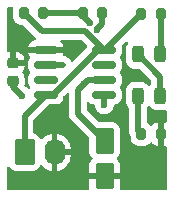
<source format=gbr>
%TF.GenerationSoftware,KiCad,Pcbnew,9.0.2*%
%TF.CreationDate,2025-10-01T12:11:13+03:00*%
%TF.ProjectId,555_flip_flop,3535355f-666c-4697-905f-666c6f702e6b,rev?*%
%TF.SameCoordinates,Original*%
%TF.FileFunction,Copper,L1,Top*%
%TF.FilePolarity,Positive*%
%FSLAX46Y46*%
G04 Gerber Fmt 4.6, Leading zero omitted, Abs format (unit mm)*
G04 Created by KiCad (PCBNEW 9.0.2) date 2025-10-01 12:11:13*
%MOMM*%
%LPD*%
G01*
G04 APERTURE LIST*
G04 Aperture macros list*
%AMRoundRect*
0 Rectangle with rounded corners*
0 $1 Rounding radius*
0 $2 $3 $4 $5 $6 $7 $8 $9 X,Y pos of 4 corners*
0 Add a 4 corners polygon primitive as box body*
4,1,4,$2,$3,$4,$5,$6,$7,$8,$9,$2,$3,0*
0 Add four circle primitives for the rounded corners*
1,1,$1+$1,$2,$3*
1,1,$1+$1,$4,$5*
1,1,$1+$1,$6,$7*
1,1,$1+$1,$8,$9*
0 Add four rect primitives between the rounded corners*
20,1,$1+$1,$2,$3,$4,$5,0*
20,1,$1+$1,$4,$5,$6,$7,0*
20,1,$1+$1,$6,$7,$8,$9,0*
20,1,$1+$1,$8,$9,$2,$3,0*%
G04 Aperture macros list end*
%TA.AperFunction,SMDPad,CuDef*%
%ADD10RoundRect,0.150000X-0.825000X-0.150000X0.825000X-0.150000X0.825000X0.150000X-0.825000X0.150000X0*%
%TD*%
%TA.AperFunction,SMDPad,CuDef*%
%ADD11RoundRect,0.243750X-0.243750X-0.456250X0.243750X-0.456250X0.243750X0.456250X-0.243750X0.456250X0*%
%TD*%
%TA.AperFunction,SMDPad,CuDef*%
%ADD12RoundRect,0.200000X-0.200000X-0.275000X0.200000X-0.275000X0.200000X0.275000X-0.200000X0.275000X0*%
%TD*%
%TA.AperFunction,ComponentPad*%
%ADD13RoundRect,0.250000X-0.620000X-0.845000X0.620000X-0.845000X0.620000X0.845000X-0.620000X0.845000X0*%
%TD*%
%TA.AperFunction,ComponentPad*%
%ADD14O,1.740000X2.190000*%
%TD*%
%TA.AperFunction,SMDPad,CuDef*%
%ADD15RoundRect,0.225000X0.250000X-0.225000X0.250000X0.225000X-0.250000X0.225000X-0.250000X-0.225000X0*%
%TD*%
%TA.AperFunction,SMDPad,CuDef*%
%ADD16RoundRect,0.250000X-0.550000X0.850000X-0.550000X-0.850000X0.550000X-0.850000X0.550000X0.850000X0*%
%TD*%
%TA.AperFunction,ViaPad*%
%ADD17C,0.600000*%
%TD*%
%TA.AperFunction,ViaPad*%
%ADD18C,0.300000*%
%TD*%
%TA.AperFunction,Conductor*%
%ADD19C,0.500000*%
%TD*%
G04 APERTURE END LIST*
D10*
%TO.P,U1,8,VCC*%
%TO.N,+5V*%
X49475000Y-26345000D03*
%TO.P,U1,7,DIS*%
%TO.N,Net-(U1-DIS)*%
X49475000Y-27615000D03*
%TO.P,U1,6,THR*%
%TO.N,Net-(U1-THR)*%
X49475000Y-28885000D03*
%TO.P,U1,5,CV*%
%TO.N,Net-(U1-CV)*%
X49475000Y-30155000D03*
%TO.P,U1,4,R*%
%TO.N,+5V*%
X44525000Y-30155000D03*
%TO.P,U1,3,Q*%
%TO.N,Net-(D1-K)*%
X44525000Y-28885000D03*
%TO.P,U1,2,TR*%
%TO.N,Net-(U1-THR)*%
X44525000Y-27615000D03*
%TO.P,U1,1,GND*%
%TO.N,GND*%
X44525000Y-26345000D03*
%TD*%
D11*
%TO.P,D2,1,K*%
%TO.N,Net-(D2-K)*%
X52312500Y-30250000D03*
%TO.P,D2,2,A*%
%TO.N,Net-(D1-K)*%
X54187500Y-30250000D03*
%TD*%
D12*
%TO.P,R1,2*%
%TO.N,Net-(D1-A)*%
X54275000Y-23290000D03*
%TO.P,R1,1*%
%TO.N,+5V*%
X52625000Y-23290000D03*
%TD*%
%TO.P,R2,1*%
%TO.N,Net-(D2-K)*%
X52625000Y-33500000D03*
%TO.P,R2,2*%
%TO.N,GND*%
X54275000Y-33500000D03*
%TD*%
D11*
%TO.P,D1,1,K*%
%TO.N,Net-(D1-K)*%
X52312500Y-26750000D03*
%TO.P,D1,2,A*%
%TO.N,Net-(D1-A)*%
X54187500Y-26750000D03*
%TD*%
D12*
%TO.P,R4,1*%
%TO.N,Net-(U1-DIS)*%
X47675000Y-23250000D03*
%TO.P,R4,2*%
%TO.N,Net-(U1-THR)*%
X49325000Y-23250000D03*
%TD*%
%TO.P,R3,1*%
%TO.N,+5V*%
X42675000Y-23250000D03*
%TO.P,R3,2*%
%TO.N,Net-(U1-DIS)*%
X44325000Y-23250000D03*
%TD*%
D13*
%TO.P,J1,1,Pin_1*%
%TO.N,+5V*%
X42725000Y-35020000D03*
D14*
%TO.P,J1,2,Pin_2*%
%TO.N,GND*%
X45265000Y-35020000D03*
%TD*%
D15*
%TO.P,C2,1*%
%TO.N,Net-(U1-CV)*%
X41750000Y-29025000D03*
%TO.P,C2,2*%
%TO.N,GND*%
X41750000Y-27475000D03*
%TD*%
D16*
%TO.P,C1,1*%
%TO.N,Net-(U1-THR)*%
X49500000Y-34050000D03*
%TO.P,C1,2*%
%TO.N,GND*%
X49500000Y-37050000D03*
%TD*%
D17*
%TO.N,GND*%
X42750000Y-27500000D03*
%TO.N,Net-(D1-K)*%
X44525000Y-28885000D03*
X52312500Y-26750000D03*
%TO.N,Net-(U1-DIS)*%
X49475000Y-27615000D03*
X48293657Y-24124390D03*
%TO.N,Net-(U1-CV)*%
X49475000Y-31000000D03*
X42500000Y-30250000D03*
%TO.N,Net-(U1-THR)*%
X48875888Y-24685226D03*
X47750000Y-29250000D03*
D18*
X45959513Y-27601601D03*
%TD*%
D19*
%TO.N,Net-(U1-CV)*%
X49475000Y-31000000D02*
X49475000Y-30155000D01*
%TO.N,Net-(U1-THR)*%
X49325000Y-24175000D02*
X49325000Y-23250000D01*
X48875888Y-24624112D02*
X49325000Y-24175000D01*
X48875888Y-24685226D02*
X48875888Y-24624112D01*
%TO.N,Net-(U1-DIS)*%
X47675000Y-23505733D02*
X48293657Y-24124390D01*
X47675000Y-23250000D02*
X47675000Y-23505733D01*
%TO.N,Net-(U1-CV)*%
X41750000Y-29500000D02*
X42500000Y-30250000D01*
X41750000Y-29025000D02*
X41750000Y-29500000D01*
%TO.N,Net-(U1-THR)*%
X47750000Y-29250000D02*
X47250000Y-29750000D01*
X45946114Y-27615000D02*
X45959513Y-27601601D01*
X44525000Y-27615000D02*
X45946114Y-27615000D01*
X47250000Y-31800000D02*
X49500000Y-34050000D01*
X47250000Y-29750000D02*
X47250000Y-31800000D01*
X48115000Y-28885000D02*
X47750000Y-29250000D01*
X49475000Y-28885000D02*
X48115000Y-28885000D01*
%TO.N,Net-(D2-K)*%
X52312500Y-30250000D02*
X52312500Y-33187500D01*
X52312500Y-33187500D02*
X52625000Y-33500000D01*
%TO.N,Net-(D1-K)*%
X54187500Y-28625000D02*
X52312500Y-26750000D01*
X54187500Y-30250000D02*
X54187500Y-28625000D01*
%TO.N,Net-(D1-A)*%
X54275000Y-26662500D02*
X54187500Y-26750000D01*
X54275000Y-23290000D02*
X54275000Y-26662500D01*
%TO.N,Net-(U1-DIS)*%
X44325000Y-23250000D02*
X47675000Y-23250000D01*
%TO.N,+5V*%
X49570000Y-26345000D02*
X52625000Y-23290000D01*
X49475000Y-26345000D02*
X49570000Y-26345000D01*
X44175000Y-24750000D02*
X47880000Y-24750000D01*
X42675000Y-23250000D02*
X44175000Y-24750000D01*
X49475000Y-26345000D02*
X47880000Y-24750000D01*
X48915900Y-26345000D02*
X49475000Y-26345000D01*
X44525000Y-30155000D02*
X45105900Y-30155000D01*
X45105900Y-30155000D02*
X48915900Y-26345000D01*
X42725000Y-31955000D02*
X44525000Y-30155000D01*
X42725000Y-35020000D02*
X42725000Y-31955000D01*
%TD*%
%TA.AperFunction,Conductor*%
%TO.N,GND*%
G36*
X51398819Y-25680061D02*
G01*
X51454752Y-25721933D01*
X51479169Y-25787397D01*
X51464317Y-25855670D01*
X51461024Y-25861340D01*
X51389639Y-25977072D01*
X51389637Y-25977077D01*
X51334913Y-26142223D01*
X51324500Y-26244144D01*
X51324500Y-27255855D01*
X51334913Y-27357776D01*
X51389637Y-27522922D01*
X51389642Y-27522933D01*
X51480971Y-27670999D01*
X51480974Y-27671003D01*
X51603996Y-27794025D01*
X51604000Y-27794028D01*
X51752066Y-27885357D01*
X51752069Y-27885358D01*
X51752075Y-27885362D01*
X51917225Y-27940087D01*
X52019152Y-27950500D01*
X52400270Y-27950500D01*
X52467309Y-27970185D01*
X52487951Y-27986819D01*
X53400681Y-28899548D01*
X53415384Y-28926475D01*
X53431977Y-28952294D01*
X53432868Y-28958494D01*
X53434166Y-28960871D01*
X53437000Y-28987229D01*
X53437000Y-29196609D01*
X53417315Y-29263648D01*
X53400681Y-29284290D01*
X53355974Y-29328996D01*
X53355971Y-29329000D01*
X53355538Y-29329703D01*
X53355114Y-29330083D01*
X53351493Y-29334664D01*
X53350710Y-29334045D01*
X53303590Y-29376428D01*
X53234628Y-29387649D01*
X53170546Y-29359806D01*
X53148657Y-29334544D01*
X53148507Y-29334664D01*
X53145859Y-29331315D01*
X53144462Y-29329703D01*
X53144028Y-29329000D01*
X53144025Y-29328996D01*
X53021003Y-29205974D01*
X53020999Y-29205971D01*
X52872933Y-29114642D01*
X52872927Y-29114639D01*
X52872925Y-29114638D01*
X52830845Y-29100694D01*
X52707776Y-29059913D01*
X52605855Y-29049500D01*
X52605848Y-29049500D01*
X52019152Y-29049500D01*
X52019144Y-29049500D01*
X51917223Y-29059913D01*
X51752077Y-29114637D01*
X51752066Y-29114642D01*
X51604000Y-29205971D01*
X51603996Y-29205974D01*
X51480974Y-29328996D01*
X51480971Y-29329000D01*
X51389642Y-29477066D01*
X51389637Y-29477077D01*
X51334913Y-29642223D01*
X51324500Y-29744144D01*
X51324500Y-30755855D01*
X51334913Y-30857776D01*
X51389637Y-31022922D01*
X51389642Y-31022933D01*
X51480971Y-31170999D01*
X51480974Y-31171003D01*
X51525681Y-31215710D01*
X51559166Y-31277033D01*
X51562000Y-31303391D01*
X51562000Y-33261418D01*
X51562000Y-33261420D01*
X51561999Y-33261420D01*
X51590840Y-33406407D01*
X51590843Y-33406417D01*
X51647413Y-33542989D01*
X51647414Y-33542991D01*
X51647416Y-33542995D01*
X51666519Y-33571585D01*
X51703602Y-33627084D01*
X51724480Y-33693761D01*
X51724500Y-33695974D01*
X51724500Y-33831613D01*
X51730913Y-33902192D01*
X51730913Y-33902194D01*
X51730914Y-33902196D01*
X51781522Y-34064606D01*
X51863058Y-34199483D01*
X51869530Y-34210188D01*
X51989811Y-34330469D01*
X51989813Y-34330470D01*
X51989815Y-34330472D01*
X52135394Y-34418478D01*
X52297804Y-34469086D01*
X52368384Y-34475500D01*
X52368387Y-34475500D01*
X52881613Y-34475500D01*
X52881616Y-34475500D01*
X52952196Y-34469086D01*
X53114606Y-34418478D01*
X53260185Y-34330472D01*
X53362673Y-34227983D01*
X53423994Y-34194499D01*
X53493685Y-34199483D01*
X53538034Y-34227984D01*
X53640122Y-34330072D01*
X53785604Y-34418019D01*
X53785603Y-34418019D01*
X53947894Y-34468590D01*
X53947893Y-34468590D01*
X54018408Y-34474998D01*
X54018426Y-34474999D01*
X54024999Y-34474998D01*
X54025000Y-34474998D01*
X54025000Y-32525000D01*
X54024999Y-32524999D01*
X54018436Y-32525000D01*
X54018417Y-32525001D01*
X53947897Y-32531408D01*
X53947892Y-32531409D01*
X53785603Y-32581981D01*
X53640122Y-32669927D01*
X53640121Y-32669928D01*
X53538035Y-32772015D01*
X53476712Y-32805500D01*
X53407020Y-32800516D01*
X53362673Y-32772015D01*
X53260188Y-32669530D01*
X53260185Y-32669528D01*
X53122849Y-32586505D01*
X53075662Y-32534978D01*
X53063000Y-32480389D01*
X53063000Y-31303391D01*
X53071003Y-31276133D01*
X53075981Y-31248157D01*
X53081452Y-31240550D01*
X53082685Y-31236352D01*
X53096040Y-31219116D01*
X53097640Y-31217388D01*
X53144026Y-31171003D01*
X53150816Y-31159993D01*
X53159040Y-31151118D01*
X53179064Y-31139170D01*
X53196402Y-31123575D01*
X53208508Y-31121604D01*
X53219042Y-31115320D01*
X53242348Y-31116095D01*
X53265364Y-31112349D01*
X53276613Y-31117236D01*
X53288873Y-31117644D01*
X53308060Y-31130897D01*
X53329448Y-31140188D01*
X53341278Y-31153840D01*
X53346362Y-31157352D01*
X53348256Y-31161893D01*
X53351342Y-31165455D01*
X53351493Y-31165336D01*
X53354143Y-31168687D01*
X53355540Y-31170299D01*
X53355972Y-31170999D01*
X53355975Y-31171004D01*
X53478996Y-31294025D01*
X53479000Y-31294028D01*
X53627066Y-31385357D01*
X53627069Y-31385358D01*
X53627075Y-31385362D01*
X53792225Y-31440087D01*
X53894152Y-31450500D01*
X53894157Y-31450500D01*
X54480843Y-31450500D01*
X54480848Y-31450500D01*
X54582775Y-31440087D01*
X54586493Y-31438855D01*
X54588924Y-31438771D01*
X54589398Y-31438670D01*
X54589416Y-31438754D01*
X54656321Y-31436452D01*
X54716364Y-31472182D01*
X54747558Y-31534701D01*
X54749500Y-31556560D01*
X54749500Y-32409633D01*
X54729815Y-32476672D01*
X54677011Y-32522427D01*
X54607853Y-32532371D01*
X54602382Y-32531434D01*
X54531572Y-32525000D01*
X54525000Y-32525000D01*
X54525000Y-34474999D01*
X54531581Y-34474999D01*
X54608640Y-34467998D01*
X54608769Y-34469421D01*
X54670878Y-34474967D01*
X54726064Y-34517820D01*
X54749321Y-34583705D01*
X54749500Y-34590366D01*
X54749500Y-38125500D01*
X54729815Y-38192539D01*
X54677011Y-38238294D01*
X54625500Y-38249500D01*
X50896011Y-38249500D01*
X50828972Y-38229815D01*
X50783217Y-38177011D01*
X50773273Y-38107853D01*
X50778305Y-38086495D01*
X50789505Y-38052694D01*
X50789506Y-38052690D01*
X50799999Y-37949986D01*
X50800000Y-37949973D01*
X50800000Y-37300000D01*
X48200001Y-37300000D01*
X48200001Y-37949986D01*
X48210494Y-38052697D01*
X48221694Y-38086496D01*
X48224096Y-38156324D01*
X48188364Y-38216366D01*
X48125844Y-38247559D01*
X48103988Y-38249500D01*
X41374500Y-38249500D01*
X41307461Y-38229815D01*
X41261706Y-38177011D01*
X41250500Y-38125500D01*
X41250500Y-36346467D01*
X41270185Y-36279428D01*
X41322989Y-36233673D01*
X41392147Y-36223729D01*
X41455703Y-36252754D01*
X41480037Y-36281369D01*
X41512288Y-36333656D01*
X41636344Y-36457712D01*
X41785666Y-36549814D01*
X41952203Y-36604999D01*
X42054991Y-36615500D01*
X43395008Y-36615499D01*
X43497797Y-36604999D01*
X43664334Y-36549814D01*
X43813656Y-36457712D01*
X43937712Y-36333656D01*
X44029814Y-36184334D01*
X44029817Y-36184323D01*
X44030353Y-36183177D01*
X44030934Y-36182516D01*
X44033605Y-36178187D01*
X44034344Y-36178643D01*
X44076521Y-36130734D01*
X44143713Y-36111577D01*
X44210596Y-36131788D01*
X44230420Y-36147892D01*
X44372502Y-36289974D01*
X44546963Y-36416728D01*
X44739098Y-36514627D01*
X44944190Y-36581266D01*
X45015000Y-36592481D01*
X45015000Y-35562709D01*
X45035339Y-35574452D01*
X45186667Y-35615000D01*
X45343333Y-35615000D01*
X45494661Y-35574452D01*
X45515000Y-35562709D01*
X45515000Y-36592480D01*
X45585809Y-36581266D01*
X45790901Y-36514627D01*
X45983036Y-36416728D01*
X46157496Y-36289974D01*
X46157497Y-36289974D01*
X46309974Y-36137497D01*
X46309974Y-36137496D01*
X46436728Y-35963036D01*
X46534627Y-35770901D01*
X46601265Y-35565809D01*
X46635000Y-35352820D01*
X46635000Y-35270000D01*
X45807709Y-35270000D01*
X45819452Y-35249661D01*
X45860000Y-35098333D01*
X45860000Y-34941667D01*
X45819452Y-34790339D01*
X45807709Y-34770000D01*
X46635000Y-34770000D01*
X46635000Y-34687179D01*
X46601265Y-34474190D01*
X46534627Y-34269098D01*
X46436728Y-34076963D01*
X46309974Y-33902503D01*
X46309974Y-33902502D01*
X46157497Y-33750025D01*
X45983036Y-33623271D01*
X45790899Y-33525372D01*
X45585805Y-33458733D01*
X45515000Y-33447518D01*
X45515000Y-34477290D01*
X45494661Y-34465548D01*
X45343333Y-34425000D01*
X45186667Y-34425000D01*
X45035339Y-34465548D01*
X45015000Y-34477290D01*
X45015000Y-33447518D01*
X45014999Y-33447518D01*
X44944194Y-33458733D01*
X44739100Y-33525372D01*
X44546963Y-33623271D01*
X44372506Y-33750022D01*
X44230420Y-33892108D01*
X44169097Y-33925592D01*
X44099405Y-33920608D01*
X44043472Y-33878736D01*
X44030356Y-33856828D01*
X44029816Y-33855670D01*
X44017604Y-33835871D01*
X43937712Y-33706344D01*
X43813656Y-33582288D01*
X43664334Y-33490186D01*
X43560495Y-33455777D01*
X43503051Y-33416004D01*
X43476228Y-33351488D01*
X43475500Y-33338071D01*
X43475500Y-32317229D01*
X43495185Y-32250190D01*
X43511819Y-32229548D01*
X44749548Y-30991819D01*
X44810871Y-30958334D01*
X44837229Y-30955500D01*
X45415686Y-30955500D01*
X45415694Y-30955500D01*
X45452569Y-30952598D01*
X45452571Y-30952597D01*
X45452573Y-30952597D01*
X45494191Y-30940505D01*
X45610398Y-30906744D01*
X45751865Y-30823081D01*
X45868081Y-30706865D01*
X45951744Y-30565398D01*
X45997598Y-30407569D01*
X46000500Y-30370694D01*
X46000500Y-30370675D01*
X46000595Y-30368266D01*
X46022894Y-30302050D01*
X46036819Y-30285448D01*
X46287819Y-30034448D01*
X46349142Y-30000963D01*
X46418834Y-30005947D01*
X46474767Y-30047819D01*
X46499184Y-30113283D01*
X46499500Y-30122129D01*
X46499500Y-31873918D01*
X46499500Y-31873920D01*
X46499499Y-31873920D01*
X46528340Y-32018907D01*
X46528343Y-32018917D01*
X46584913Y-32155490D01*
X46584914Y-32155491D01*
X46584916Y-32155495D01*
X46597222Y-32173912D01*
X46648188Y-32250190D01*
X46667051Y-32278420D01*
X46667052Y-32278421D01*
X48163181Y-33774548D01*
X48196666Y-33835871D01*
X48199500Y-33862229D01*
X48199500Y-34950001D01*
X48199501Y-34950018D01*
X48210000Y-35052796D01*
X48210001Y-35052799D01*
X48225090Y-35098333D01*
X48265186Y-35219334D01*
X48347520Y-35352820D01*
X48357289Y-35368657D01*
X48451304Y-35462672D01*
X48484789Y-35523995D01*
X48479805Y-35593687D01*
X48451305Y-35638034D01*
X48357682Y-35731657D01*
X48265643Y-35880875D01*
X48265641Y-35880880D01*
X48210494Y-36047302D01*
X48210493Y-36047309D01*
X48200000Y-36150013D01*
X48200000Y-36800000D01*
X50799999Y-36800000D01*
X50799999Y-36150028D01*
X50799998Y-36150013D01*
X50789505Y-36047302D01*
X50734358Y-35880880D01*
X50734356Y-35880875D01*
X50642315Y-35731654D01*
X50548695Y-35638034D01*
X50515210Y-35576711D01*
X50520194Y-35507019D01*
X50548691Y-35462676D01*
X50642712Y-35368656D01*
X50734814Y-35219334D01*
X50789999Y-35052797D01*
X50800500Y-34950009D01*
X50800499Y-33149992D01*
X50789999Y-33047203D01*
X50734814Y-32880666D01*
X50642712Y-32731344D01*
X50518656Y-32607288D01*
X50401422Y-32534978D01*
X50369336Y-32515187D01*
X50369331Y-32515185D01*
X50367862Y-32514698D01*
X50202797Y-32460001D01*
X50202795Y-32460000D01*
X50100016Y-32449500D01*
X50100009Y-32449500D01*
X49012230Y-32449500D01*
X48945191Y-32429815D01*
X48924549Y-32413181D01*
X48036819Y-31525451D01*
X48003334Y-31464128D01*
X48000500Y-31437770D01*
X48000500Y-30874809D01*
X48020185Y-30807770D01*
X48072989Y-30762015D01*
X48142147Y-30752071D01*
X48205703Y-30781096D01*
X48212181Y-30787128D01*
X48248129Y-30823076D01*
X48248133Y-30823079D01*
X48248135Y-30823081D01*
X48389602Y-30906744D01*
X48431224Y-30918836D01*
X48547426Y-30952597D01*
X48547429Y-30952597D01*
X48547431Y-30952598D01*
X48560227Y-30953605D01*
X48625516Y-30978488D01*
X48666988Y-31034718D01*
X48673718Y-31072800D01*
X48673903Y-31072782D01*
X48674139Y-31075182D01*
X48674500Y-31077223D01*
X48674500Y-31078846D01*
X48705261Y-31233489D01*
X48705264Y-31233501D01*
X48765602Y-31379172D01*
X48765609Y-31379185D01*
X48853210Y-31510288D01*
X48853213Y-31510292D01*
X48964707Y-31621786D01*
X48964711Y-31621789D01*
X49095814Y-31709390D01*
X49095827Y-31709397D01*
X49241498Y-31769735D01*
X49241503Y-31769737D01*
X49396153Y-31800499D01*
X49396156Y-31800500D01*
X49396158Y-31800500D01*
X49553844Y-31800500D01*
X49553845Y-31800499D01*
X49708497Y-31769737D01*
X49854179Y-31709394D01*
X49985289Y-31621789D01*
X50096789Y-31510289D01*
X50184394Y-31379179D01*
X50244737Y-31233497D01*
X50275500Y-31078842D01*
X50275500Y-31077223D01*
X50275740Y-31076404D01*
X50276097Y-31072782D01*
X50276784Y-31072849D01*
X50295185Y-31010184D01*
X50347989Y-30964429D01*
X50389773Y-30953605D01*
X50402569Y-30952598D01*
X50402571Y-30952597D01*
X50402573Y-30952597D01*
X50444191Y-30940505D01*
X50560398Y-30906744D01*
X50701865Y-30823081D01*
X50818081Y-30706865D01*
X50901744Y-30565398D01*
X50947598Y-30407569D01*
X50950500Y-30370694D01*
X50950500Y-29939306D01*
X50947598Y-29902431D01*
X50901744Y-29744602D01*
X50818081Y-29603135D01*
X50818078Y-29603132D01*
X50813298Y-29596969D01*
X50815750Y-29595066D01*
X50789155Y-29546421D01*
X50794104Y-29476726D01*
X50814940Y-29444304D01*
X50813298Y-29443031D01*
X50818075Y-29436870D01*
X50818081Y-29436865D01*
X50901744Y-29295398D01*
X50947598Y-29137569D01*
X50950500Y-29100694D01*
X50950500Y-28669306D01*
X50947598Y-28632431D01*
X50901744Y-28474602D01*
X50818081Y-28333135D01*
X50818078Y-28333132D01*
X50813298Y-28326969D01*
X50815750Y-28325066D01*
X50789155Y-28276421D01*
X50794104Y-28206726D01*
X50814940Y-28174304D01*
X50813298Y-28173031D01*
X50818075Y-28166870D01*
X50818081Y-28166865D01*
X50901744Y-28025398D01*
X50947598Y-27867569D01*
X50950500Y-27830694D01*
X50950500Y-27399306D01*
X50947598Y-27362431D01*
X50946245Y-27357775D01*
X50901745Y-27204606D01*
X50901744Y-27204603D01*
X50901744Y-27204602D01*
X50818081Y-27063135D01*
X50818078Y-27063132D01*
X50813298Y-27056969D01*
X50815750Y-27055066D01*
X50789155Y-27006421D01*
X50794104Y-26936726D01*
X50814940Y-26904304D01*
X50813298Y-26903031D01*
X50818075Y-26896870D01*
X50818081Y-26896865D01*
X50901744Y-26755398D01*
X50947598Y-26597569D01*
X50950500Y-26560694D01*
X50950500Y-26129306D01*
X50947598Y-26092431D01*
X50947597Y-26092429D01*
X50947438Y-26090401D01*
X50961802Y-26022024D01*
X50983372Y-25992994D01*
X51267806Y-25708560D01*
X51329127Y-25675077D01*
X51398819Y-25680061D01*
G37*
%TD.AperFunction*%
%TA.AperFunction,Conductor*%
G36*
X41721016Y-22770185D02*
G01*
X41766771Y-22822989D01*
X41777468Y-22885721D01*
X41774500Y-22918385D01*
X41774500Y-23581613D01*
X41780913Y-23652192D01*
X41831522Y-23814606D01*
X41919530Y-23960188D01*
X42039811Y-24080469D01*
X42039813Y-24080470D01*
X42039815Y-24080472D01*
X42185394Y-24168478D01*
X42347804Y-24219086D01*
X42418384Y-24225500D01*
X42537770Y-24225500D01*
X42604809Y-24245185D01*
X42625451Y-24261819D01*
X43698425Y-25334793D01*
X43731910Y-25396116D01*
X43726926Y-25465808D01*
X43685054Y-25521741D01*
X43620476Y-25546092D01*
X43597509Y-25547900D01*
X43597504Y-25547900D01*
X43439806Y-25593716D01*
X43439803Y-25593717D01*
X43298447Y-25677314D01*
X43298438Y-25677321D01*
X43182321Y-25793438D01*
X43182314Y-25793447D01*
X43098718Y-25934801D01*
X43052899Y-26092513D01*
X43052704Y-26094998D01*
X43052705Y-26095000D01*
X45997295Y-26095000D01*
X45997295Y-26094998D01*
X45997100Y-26092513D01*
X45951281Y-25934801D01*
X45867685Y-25793447D01*
X45867678Y-25793438D01*
X45786421Y-25712181D01*
X45752936Y-25650858D01*
X45757920Y-25581166D01*
X45799792Y-25525233D01*
X45865256Y-25500816D01*
X45874102Y-25500500D01*
X47517770Y-25500500D01*
X47584809Y-25520185D01*
X47605451Y-25536819D01*
X47986265Y-25917633D01*
X47988964Y-25922576D01*
X47993652Y-25925702D01*
X48005526Y-25952908D01*
X48019750Y-25978956D01*
X48019940Y-25985930D01*
X48021602Y-25989738D01*
X48020445Y-26004456D01*
X48021007Y-26025027D01*
X48019791Y-26032575D01*
X48002402Y-26092431D01*
X47999500Y-26129306D01*
X47999500Y-26158588D01*
X47997923Y-26168382D01*
X47986975Y-26191323D01*
X47979815Y-26215708D01*
X47968837Y-26229330D01*
X47967831Y-26231440D01*
X47966447Y-26232296D01*
X47963181Y-26236350D01*
X46852132Y-27347398D01*
X46790809Y-27380883D01*
X46721117Y-27375899D01*
X46665184Y-27334027D01*
X46649890Y-27307170D01*
X46624597Y-27246107D01*
X46542465Y-27123185D01*
X46542460Y-27123180D01*
X46542460Y-27123179D01*
X46437934Y-27018653D01*
X46437930Y-27018650D01*
X46437929Y-27018649D01*
X46315007Y-26936517D01*
X46315005Y-26936516D01*
X46315003Y-26936515D01*
X46178425Y-26879943D01*
X46178419Y-26879941D01*
X46062034Y-26856790D01*
X46000123Y-26824405D01*
X45965549Y-26763689D01*
X45967150Y-26700577D01*
X45997099Y-26597491D01*
X45997100Y-26597488D01*
X45997295Y-26595001D01*
X45997295Y-26595000D01*
X43052705Y-26595000D01*
X43052704Y-26595001D01*
X43052899Y-26597486D01*
X43098718Y-26755198D01*
X43182314Y-26896552D01*
X43187100Y-26902722D01*
X43184640Y-26904629D01*
X43211210Y-26953288D01*
X43206226Y-27022980D01*
X43185162Y-27055781D01*
X43186699Y-27056974D01*
X43181915Y-27063140D01*
X43098255Y-27204603D01*
X43098254Y-27204606D01*
X43052402Y-27362426D01*
X43052401Y-27362432D01*
X43049500Y-27399298D01*
X43049500Y-27830701D01*
X43052401Y-27867567D01*
X43052402Y-27867573D01*
X43098254Y-28025393D01*
X43098255Y-28025396D01*
X43181917Y-28166862D01*
X43186702Y-28173031D01*
X43184256Y-28174927D01*
X43210857Y-28223642D01*
X43205873Y-28293334D01*
X43185069Y-28325703D01*
X43186702Y-28326969D01*
X43181917Y-28333137D01*
X43098255Y-28474603D01*
X43098254Y-28474606D01*
X43052402Y-28632426D01*
X43052401Y-28632432D01*
X43049500Y-28669298D01*
X43049500Y-29100701D01*
X43052401Y-29137567D01*
X43052402Y-29137573D01*
X43098254Y-29295393D01*
X43098255Y-29295396D01*
X43181917Y-29436862D01*
X43186702Y-29443031D01*
X43184879Y-29444444D01*
X43195094Y-29464774D01*
X43210857Y-29493642D01*
X43210700Y-29495835D01*
X43211688Y-29497802D01*
X43208219Y-29530524D01*
X43205873Y-29563334D01*
X43204482Y-29565780D01*
X43204323Y-29567282D01*
X43199626Y-29574322D01*
X43186358Y-29597662D01*
X43182132Y-29602921D01*
X43181919Y-29603135D01*
X43181801Y-29603333D01*
X43180016Y-29605556D01*
X43177725Y-29607151D01*
X43177372Y-29607681D01*
X43176402Y-29608651D01*
X43176061Y-29608310D01*
X43152186Y-29624940D01*
X43124673Y-29644806D01*
X43123581Y-29644865D01*
X43122684Y-29645490D01*
X43088791Y-29646751D01*
X43054906Y-29648588D01*
X43053685Y-29648057D01*
X43052862Y-29648088D01*
X43050375Y-29646617D01*
X43014459Y-29630997D01*
X42979564Y-29607681D01*
X42879179Y-29540606D01*
X42855523Y-29530807D01*
X42848591Y-29526175D01*
X42843551Y-29525079D01*
X42815297Y-29503928D01*
X42756433Y-29445064D01*
X42722948Y-29383741D01*
X42720756Y-29344780D01*
X42725500Y-29298345D01*
X42725499Y-28751656D01*
X42715349Y-28652292D01*
X42662003Y-28491303D01*
X42661999Y-28491297D01*
X42661998Y-28491294D01*
X42572970Y-28346959D01*
X42572967Y-28346955D01*
X42563339Y-28337327D01*
X42529854Y-28276004D01*
X42534838Y-28206312D01*
X42563345Y-28161959D01*
X42572573Y-28152731D01*
X42661542Y-28008492D01*
X42661547Y-28008481D01*
X42714855Y-27847606D01*
X42724999Y-27748322D01*
X42725000Y-27748309D01*
X42725000Y-27725000D01*
X41874000Y-27725000D01*
X41806961Y-27705315D01*
X41761206Y-27652511D01*
X41750000Y-27601000D01*
X41750000Y-27475000D01*
X41624000Y-27475000D01*
X41556961Y-27455315D01*
X41511206Y-27402511D01*
X41500000Y-27351000D01*
X41500000Y-27225000D01*
X42000000Y-27225000D01*
X42724999Y-27225000D01*
X42724999Y-27201692D01*
X42724998Y-27201677D01*
X42714855Y-27102392D01*
X42661547Y-26941518D01*
X42661542Y-26941507D01*
X42572575Y-26797271D01*
X42572572Y-26797267D01*
X42452732Y-26677427D01*
X42452728Y-26677424D01*
X42308492Y-26588457D01*
X42308481Y-26588452D01*
X42147606Y-26535144D01*
X42048322Y-26525000D01*
X42000000Y-26525000D01*
X42000000Y-27225000D01*
X41500000Y-27225000D01*
X41500000Y-26525000D01*
X41499999Y-26524999D01*
X41451693Y-26525000D01*
X41451673Y-26525001D01*
X41387101Y-26531598D01*
X41318408Y-26518828D01*
X41267524Y-26470947D01*
X41250500Y-26408240D01*
X41250500Y-22874500D01*
X41270185Y-22807461D01*
X41322989Y-22761706D01*
X41374500Y-22750500D01*
X41653977Y-22750500D01*
X41721016Y-22770185D01*
G37*
%TD.AperFunction*%
%TD*%
M02*

</source>
